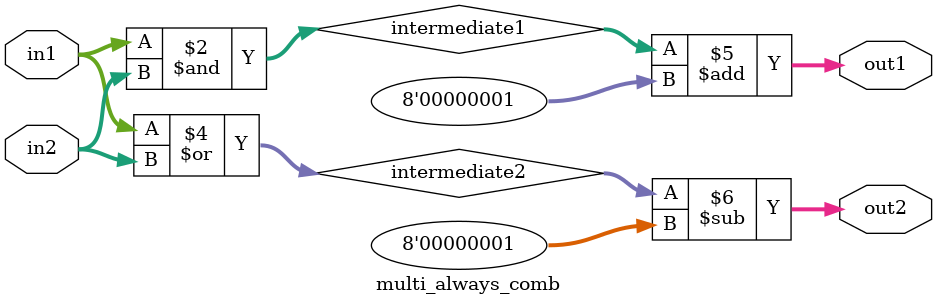
<source format=sv>
module simple_comb (
    input wire [7:0] in_data,
    output wire [7:0] out_data
);
    wire [7:0] intermediate_a;
    wire [7:0] intermediate_b;
    wire [7:0] intermediate_c;
    assign intermediate_a = in_data + 8'd1;
    assign intermediate_b = intermediate_a << 1;
    assign intermediate_c = intermediate_a >> 1;
    assign out_data = intermediate_b | intermediate_c;
endmodule
module sequential_hazard (
    input wire clk,
    input wire enable_a,
    input wire enable_b,
    input wire [3:0] data_a,
    input wire [3:0] data_b,
    output wire [3:0] result_out
);
    reg [3:0] shared_reg;
    always @(posedge clk) begin
        if (enable_a) begin
            shared_reg <= data_a;
        end
    end
    always @(posedge clk) begin
        if (enable_b) begin
            shared_reg <= data_b;
        end
    end
    assign result_out = shared_reg;
endmodule
module part_select_ops (
    input wire [31:0] wide_in,
    output wire [7:0] upper_byte_out,
    output wire [7:0] lower_byte_out
);
    wire [31:0] processed_wide;
    assign processed_wide = wide_in * 2;
    assign upper_byte_out = processed_wide[31:24];
    assign lower_byte_out = processed_wide[7:0];
endmodule
module module_with_params #(
    parameter DATA_WIDTH = 8
) (
    input wire [DATA_WIDTH-1:0] param_in,
    output wire [DATA_WIDTH-1:0] param_out
);
    assign param_out = param_in;
endmodule
module simple_logic_a (
    input wire data_a,
    output wire data_b
);
    assign data_b = ~data_a;
endmodule
module simple_logic_b (
    input wire data_c,
    output wire data_d
);
    assign data_d = data_c;
endmodule
module simple_seq (
    input wire clk,
    input wire reset,
    input wire [2:0] count_in,
    output wire [2:0] count_out
);
    reg [2:0] counter_reg;
    always @(posedge clk or posedge reset) begin
        if (reset) begin
            counter_reg <= 3'b000;
        end else begin
            counter_reg <= count_in + 3'b001;
        end
    end
    assign count_out = counter_reg;
endmodule
module packed_struct_module (
    input wire [15:0] in_packed_data,
    output wire [7:0] out_byte
);
    typedef struct packed {
        logic [7:0] byte1;
        logic [7:0] byte2;
    } my_packed_struct_t;
    my_packed_struct_t data_struct;
    assign data_struct = in_packed_data;
    assign out_byte = data_struct.byte1;
endmodule
module unpacked_array_module (
    input wire [7:0] in_array_data,
    input wire [1:0] select_idx,
    output wire [3:0] out_element
);
    logic [3:0] data_array [4];
    always @(*) begin
        data_array[0] = in_array_data[3:0];
        data_array[1] = in_array_data[7:4];
        data_array[2] = 4'd8;
        data_array[3] = 4'd12;
    end
    assign out_element = data_array[select_idx];
endmodule
module wide_bus_ops (
    input wire [63:0] wide_a,
    input wire [63:0] wide_b,
    output wire [63:0] wide_sum,
    output wire [7:0] reduce_xor_out,
    output wire [127:0] concat_out
);
    assign wide_sum = wide_a + wide_b;
    assign reduce_xor_out = ^wide_a[63:0];
    assign concat_out = {wide_a, wide_b};
endmodule
module multi_always_comb (
    input wire [7:0] in1,
    input wire [7:0] in2,
    output wire [7:0] out1,
    output wire [7:0] out2
);
    logic [7:0] intermediate1;
    logic [7:0] intermediate2;
    always @(*) begin
        intermediate1 = in1 & in2;
    end
    always @(*) begin
        intermediate2 = in1 | in2;
    end
    assign out1 = intermediate1 + 8'd1;
    assign out2 = intermediate2 - 8'd1;
endmodule

</source>
